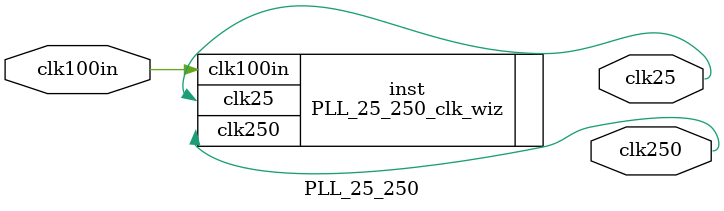
<source format=v>


`timescale 1ps/1ps

(* CORE_GENERATION_INFO = "PLL_25_250,clk_wiz_v6_0_4_0_0,{component_name=PLL_25_250,use_phase_alignment=true,use_min_o_jitter=true,use_max_i_jitter=false,use_dyn_phase_shift=false,use_inclk_switchover=false,use_dyn_reconfig=false,enable_axi=0,feedback_source=FDBK_AUTO,PRIMITIVE=PLL,num_out_clk=2,clkin1_period=10.000,clkin2_period=10.000,use_power_down=false,use_reset=false,use_locked=false,use_inclk_stopped=false,feedback_type=SINGLE,CLOCK_MGR_TYPE=NA,manual_override=false}" *)

module PLL_25_250 
 (
  // Clock out ports
  output        clk25,
  output        clk250,
 // Clock in ports
  input         clk100in
 );

  PLL_25_250_clk_wiz inst
  (
  // Clock out ports  
  .clk25(clk25),
  .clk250(clk250),
 // Clock in ports
  .clk100in(clk100in)
  );

endmodule

</source>
